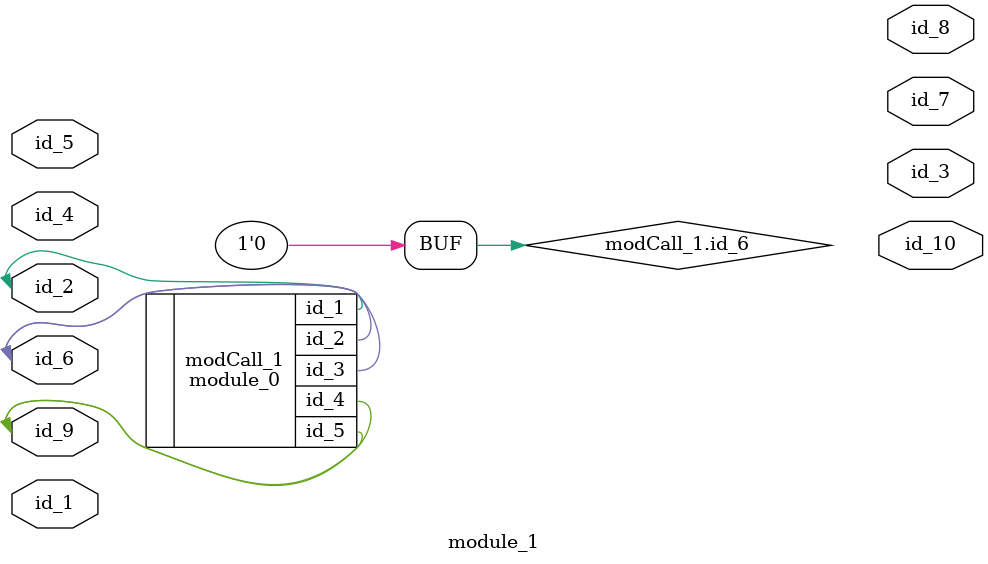
<source format=v>
module module_0 (
    id_1,
    id_2,
    id_3,
    id_4,
    id_5
);
  inout wire id_5;
  output wire id_4;
  inout wire id_3;
  inout wire id_2;
  inout wire id_1;
  supply1 id_6;
  assign id_6 = id_3 & id_1 & id_3;
  always @(1) $display(id_1);
endmodule
module module_1 (
    id_1,
    id_2,
    id_3,
    id_4,
    id_5,
    id_6,
    id_7,
    id_8,
    id_9,
    id_10
);
  output wire id_10;
  inout wire id_9;
  output wire id_8;
  output wire id_7;
  inout wire id_6;
  inout wire id_5;
  input wire id_4;
  output wire id_3;
  inout wire id_2;
  inout wire id_1;
  assign id_5[1] = 1;
  module_0 modCall_1 (
      id_2,
      id_6,
      id_6,
      id_9,
      id_9
  );
  assign modCall_1.id_6 = 0;
endmodule

</source>
